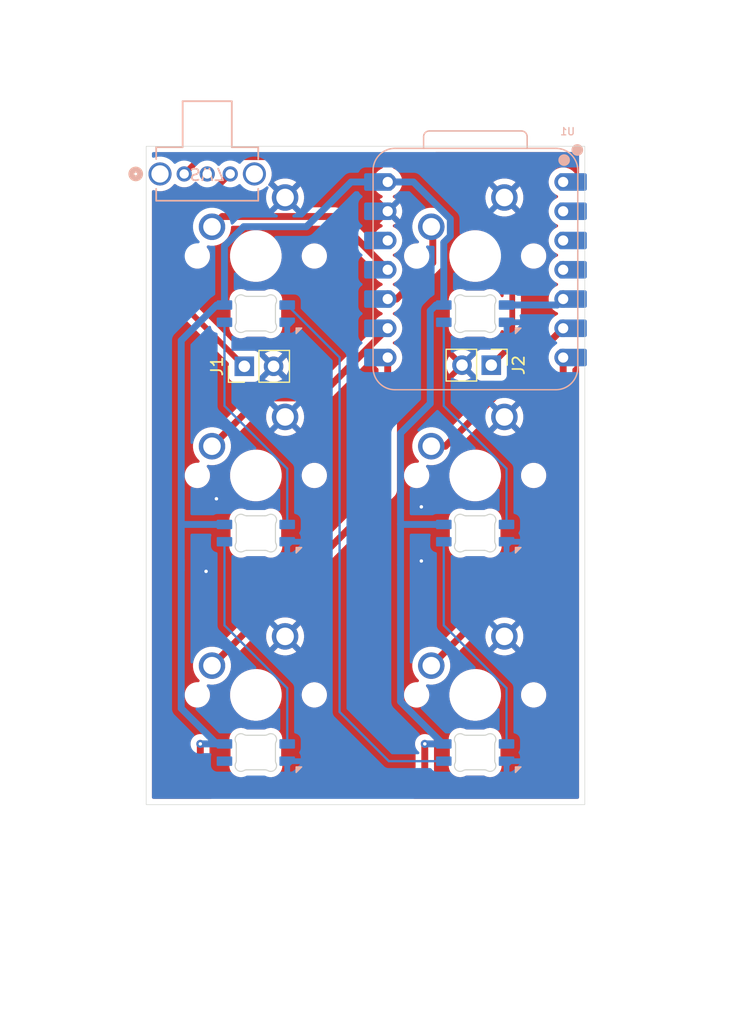
<source format=kicad_pcb>
(kicad_pcb (version 20241229) (generator "pcbnew") (generator_version "9.0")
  (layers (0 "F.Cu" signal) (2 "B.Cu" signal) (13 "F.Paste" user) (15 "B.Paste" user) (5 "F.SilkS" user "F.Silkscreen") (7 "B.SilkS" user "B.Silkscreen") (1 "F.Mask" user) (3 "B.Mask" user) (25 "Edge.Cuts" user))
  (net 0 "")
  (net 1 "LED IN")
  (net 2 "GND")
  (net 3 "1")
  (net 4 "2")
  (net 5 "3")
  (net 6 "4")
  (net 7 "5")
  (net 8 "6")
  (net 12 "+5V")
  (net 15 "BATT")
  (net 16 "+BATT")
  (net 18 "Net-(LED2-DOUT)")
  (net 19 "Net-(LED4-DOUT)")
  (net 20 "Net-(LED1-DIN)")
  (net 21 "Net-(LED1-DOUT)")
  (net 22 "Net-(LED3-DOUT)")
  (footprint "Connector_PinHeader_2.54mm:PinHeader_1x02_P2.54mm_Vertical" (layer "F.Cu") (at 173.535 80.515 -90)
    (property "Reference" "J2" (at 0 -2.38 90) (layer "F.SilkS"))
    (property "Value" "Conn_01x02")
    (fp_line (start -1.38 3.92) (end 1.38 3.92) (stroke (width 0.12)) (layer "F.SilkS"))
    (fp_line (start -1.38 1.27) (end -1.38 3.92) (stroke (width 0.12)) (layer "F.SilkS"))
    (fp_line (start -1.38 1.27) (end 1.38 1.27) (stroke (width 0.12)) (layer "F.SilkS"))
    (fp_line (start 1.38 1.27) (end 1.38 3.92) (stroke (width 0.12)) (layer "F.SilkS"))
    (fp_line (start -1.38 0) (end -1.38 -1.38) (stroke (width 0.12)) (layer "F.SilkS"))
    (fp_line (start -1.38 -1.38) (end 0 -1.38) (stroke (width 0.12)) (layer "F.SilkS"))
    (pad "1" thru_hole rect (at 0 0 270) (size 1.7 1.7) (drill 1) (layers "*.Cu" "*.Mask") (net 16 "+BATT"))
    (pad "2" thru_hole circle (at 0 2.54 270) (size 1.7 1.7) (drill 1) (layers "*.Cu" "*.Mask") (net 2 "GND"))
  )
  (footprint "MX_Solderable:MX-Solderable-1U" (layer "F.Cu") (at 172.135 109.14)
    (property "Reference" "SW6")
    (property "Value" "SW_Push_45deg")
    (pad "" np_thru_hole circle (at -5.08 0 48.099) (size 1.7018 1.7018) (drill 1.7018) (layers "*.Cu" "*.Mask"))
    (pad "" np_thru_hole circle (at 0 0) (size 3.9878 3.9878) (drill 3.9878) (layers "*.Cu" "*.Mask"))
    (pad "" np_thru_hole circle (at 5.08 0 48.099) (size 1.7018 1.7018) (drill 1.7018) (layers "*.Cu" "*.Mask"))
    (pad "1" thru_hole circle (at -3.81 -2.54) (size 2.3 2.3) (drill 1.524) (layers "*.Cu" "B.Mask") (net 8 "6"))
    (pad "2" thru_hole circle (at 2.54 -5.08) (size 2.3 2.3) (drill 1.524) (layers "*.Cu" "B.Mask") (net 2 "GND"))
  )
  (footprint "MX_Solderable:MX-Solderable-1U" (layer "F.Cu") (at 172.135 71.04)
    (property "Reference" "SW2")
    (property "Value" "SW_Push_45deg")
    (pad "" np_thru_hole circle (at -5.08 0 48.099) (size 1.7018 1.7018) (drill 1.7018) (layers "*.Cu" "*.Mask"))
    (pad "" np_thru_hole circle (at 0 0) (size 3.9878 3.9878) (drill 3.9878) (layers "*.Cu" "*.Mask"))
    (pad "" np_thru_hole circle (at 5.08 0 48.099) (size 1.7018 1.7018) (drill 1.7018) (layers "*.Cu" "*.Mask"))
    (pad "1" thru_hole circle (at -3.81 -2.54) (size 2.3 2.3) (drill 1.524) (layers "*.Cu" "B.Mask") (net 4 "2"))
    (pad "2" thru_hole circle (at 2.54 -5.08) (size 2.3 2.3) (drill 1.524) (layers "*.Cu" "B.Mask") (net 2 "GND"))
  )
  (footprint "Connector_PinHeader_2.54mm:PinHeader_1x02_P2.54mm_Vertical" (layer "F.Cu") (at 152.085 80.615 90)
    (property "Reference" "J1" (at 0 -2.38 90) (layer "F.SilkS"))
    (property "Value" "Conn_01x02")
    (fp_line (start -1.38 -1.38) (end 0 -1.38) (stroke (width 0.12)) (layer "F.SilkS"))
    (fp_line (start -1.38 0) (end -1.38 -1.38) (stroke (width 0.12)) (layer "F.SilkS"))
    (fp_line (start 1.38 1.27) (end 1.38 3.92) (stroke (width 0.12)) (layer "F.SilkS"))
    (fp_line (start -1.38 1.27) (end 1.38 1.27) (stroke (width 0.12)) (layer "F.SilkS"))
    (fp_line (start -1.38 1.27) (end -1.38 3.92) (stroke (width 0.12)) (layer "F.SilkS"))
    (fp_line (start -1.38 3.92) (end 1.38 3.92) (stroke (width 0.12)) (layer "F.SilkS"))
    (pad "1" thru_hole rect (at 0 0 90) (size 1.7 1.7) (drill 1) (layers "*.Cu" "*.Mask") (net 15 "BATT"))
    (pad "2" thru_hole circle (at 0 2.54 90) (size 1.7 1.7) (drill 1) (layers "*.Cu" "*.Mask") (net 2 "GND"))
  )
  (footprint "MX_Solderable:MX-Solderable-1U" (layer "F.Cu") (at 153.085 90.09)
    (property "Reference" "SW3")
    (property "Value" "SW_Push_45deg")
    (pad "" np_thru_hole circle (at -5.08 0 48.099) (size 1.7018 1.7018) (drill 1.7018) (layers "*.Cu" "*.Mask"))
    (pad "" np_thru_hole circle (at 0 0) (size 3.9878 3.9878) (drill 3.9878) (layers "*.Cu" "*.Mask"))
    (pad "" np_thru_hole circle (at 5.08 0 48.099) (size 1.7018 1.7018) (drill 1.7018) (layers "*.Cu" "*.Mask"))
    (pad "1" thru_hole circle (at -3.81 -2.54) (size 2.3 2.3) (drill 1.524) (layers "*.Cu" "B.Mask") (net 5 "3"))
    (pad "2" thru_hole circle (at 2.54 -5.08) (size 2.3 2.3) (drill 1.524) (layers "*.Cu" "B.Mask") (net 2 "GND"))
  )
  (footprint "MX_Solderable:MX-Solderable-1U" (layer "F.Cu") (at 153.085 109.14)
    (property "Reference" "SW5")
    (property "Value" "SW_Push_45deg")
    (pad "" np_thru_hole circle (at -5.08 0 48.099) (size 1.7018 1.7018) (drill 1.7018) (layers "*.Cu" "*.Mask"))
    (pad "" np_thru_hole circle (at 0 0) (size 3.9878 3.9878) (drill 3.9878) (layers "*.Cu" "*.Mask"))
    (pad "" np_thru_hole circle (at 5.08 0 48.099) (size 1.7018 1.7018) (drill 1.7018) (layers "*.Cu" "*.Mask"))
    (pad "1" thru_hole circle (at -3.81 -2.54) (size 2.3 2.3) (drill 1.524) (layers "*.Cu" "B.Mask") (net 7 "5"))
    (pad "2" thru_hole circle (at 2.54 -5.08) (size 2.3 2.3) (drill 1.524) (layers "*.Cu" "B.Mask") (net 2 "GND"))
  )
  (footprint "MX_Solderable:MX-Solderable-1U" (layer "F.Cu") (at 153.085 71.04)
    (property "Reference" "SW1")
    (property "Value" "SW_Push_45deg")
    (pad "" np_thru_hole circle (at -5.08 0 48.099) (size 1.7018 1.7018) (drill 1.7018) (layers "*.Cu" "*.Mask"))
    (pad "" np_thru_hole circle (at 0 0) (size 3.9878 3.9878) (drill 3.9878) (layers "*.Cu" "*.Mask"))
    (pad "" np_thru_hole circle (at 5.08 0 48.099) (size 1.7018 1.7018) (drill 1.7018) (layers "*.Cu" "*.Mask"))
    (pad "1" thru_hole circle (at -3.81 -2.54) (size 2.3 2.3) (drill 1.524) (layers "*.Cu" "B.Mask") (net 3 "1"))
    (pad "2" thru_hole circle (at 2.54 -5.08) (size 2.3 2.3) (drill 1.524) (layers "*.Cu" "B.Mask") (net 2 "GND"))
  )
  (footprint "MX_Solderable:MX-Solderable-1U" (layer "F.Cu") (at 172.135 90.09)
    (property "Reference" "SW4")
    (property "Value" "SW_Push_45deg")
    (pad "" np_thru_hole circle (at -5.08 0 48.099) (size 1.7018 1.7018) (drill 1.7018) (layers "*.Cu" "*.Mask"))
    (pad "" np_thru_hole circle (at 0 0) (size 3.9878 3.9878) (drill 3.9878) (layers "*.Cu" "*.Mask"))
    (pad "" np_thru_hole circle (at 5.08 0 48.099) (size 1.7018 1.7018) (drill 1.7018) (layers "*.Cu" "*.Mask"))
    (pad "1" thru_hole circle (at -3.81 -2.54) (size 2.3 2.3) (drill 1.524) (layers "*.Cu" "B.Mask") (net 6 "4"))
    (pad "2" thru_hole circle (at 2.54 -5.08) (size 2.3 2.3) (drill 1.524) (layers "*.Cu" "B.Mask") (net 2 "GND"))
  )
  (footprint "Seeed Studio XIAO Series Library:XIAO-nRF52840-DIP" (layer "B.Cu") (at 172.16 72.2335 180)
    (property "Reference" "U1" (at -8 12 0) (layer "B.SilkS") (effects (font (size 0.635 0.635) (thickness 0.1016)) (justify mirror)))
    (property "Value" "XIAO-nRF52840-DIP")
    (fp_line (start 8.89 -8.509) (end 8.89 8.636) (stroke (width 0.127)) (layer "B.SilkS"))
    (fp_line (start 6.985 10.541) (end -6.985 10.541) (stroke (width 0.1)) (layer "B.SilkS"))
    (fp_line (start 6.985 10.541) (end -6.985 10.541) (stroke (width 0.127)) (layer "B.SilkS"))
    (fp_line (start 4.504 11.551) (end 4.504 10.541) (stroke (width 0.127)) (layer "B.SilkS"))
    (fp_line (start -3.991272 12.051) (end 4.004 12.051) (stroke (width 0.127)) (layer "B.SilkS"))
    (fp_line (start -4.495 10.541) (end -4.491272 11.551272) (stroke (width 0.127)) (layer "B.SilkS"))
    (fp_line (start -6.985 -10.414) (end 6.985 -10.414) (stroke (width 0.127)) (layer "B.SilkS"))
    (fp_line (start -8.89 -8.509) (end -8.89 8.636) (stroke (width 0.127)) (layer "B.SilkS"))
    (fp_arc (start 8.89 8.636) (mid 8.332038 9.983038) (end 6.985 10.541) (stroke (width 0.127)) (layer "B.SilkS"))
    (fp_arc (start 6.985 -10.414) (mid 8.332038 -9.856038) (end 8.89 -8.509) (stroke (width 0.127)) (layer "B.SilkS"))
    (fp_arc (start 4.504 11.551) (mid 4.357524 11.904524) (end 4.004 12.051) (stroke (width 0.127)) (layer "B.SilkS"))
    (fp_arc (start -3.991272 12.051) (mid -4.344724 11.904644) (end -4.491272 11.551272) (stroke (width 0.127)) (layer "B.SilkS"))
    (fp_arc (start -6.985 10.541) (mid -8.332038 9.983038) (end -8.89 8.636) (stroke (width 0.127)) (layer "B.SilkS"))
    (fp_arc (start -8.89 -8.509) (mid -8.332038 -9.856038) (end -6.985 -10.414) (stroke (width 0.127)) (layer "B.SilkS"))
    (fp_circle (center -7.707 9.52) (end -7.707 9.774) (stroke (width 0.5)) (fill yes) (layer "B.SilkS"))
    (fp_circle (center -8.85 10.4) (end -8.85 10.654) (stroke (width 0.5)) (fill yes) (layer "B.SilkS"))
    (pad "1" smd roundrect (at -8.455 7.62) (size 2.432 1.524) (layers "B.Cu" "B.Mask") (roundrect_rratio 0.1))
    (pad "1" thru_hole circle (at -7.62 7.62) (size 1.524 1.524) (drill 0.889) (layers "*.Cu" "*.Mask"))
    (pad "2" smd roundrect (at -8.455 5.08) (size 2.432 1.524) (layers "B.Cu" "B.Mask") (roundrect_rratio 0.1))
    (pad "2" thru_hole circle (at -7.62 5.08) (size 1.524 1.524) (drill 0.889) (layers "*.Cu" "*.Mask"))
    (pad "3" smd roundrect (at -8.455 2.54) (size 2.432 1.524) (layers "B.Cu" "B.Mask") (roundrect_rratio 0.1))
    (pad "3" thru_hole circle (at -7.62 2.54) (size 1.524 1.524) (drill 0.889) (layers "*.Cu" "*.Mask"))
    (pad "4" smd roundrect (at -8.455 0) (size 2.432 1.524) (layers "B.Cu" "B.Mask") (roundrect_rratio 0.1))
    (pad "4" thru_hole circle (at -7.62 0) (size 1.524 1.524) (drill 0.889) (layers "*.Cu" "*.Mask"))
    (pad "5" smd roundrect (at -8.455 -2.54) (size 2.432 1.524) (layers "B.Cu" "B.Mask") (roundrect_rratio 0.1) (net 1 "LED IN"))
    (pad "5" thru_hole circle (at -7.62 -2.54) (size 1.524 1.524) (drill 0.889) (layers "*.Cu" "*.Mask") (net 1 "LED IN"))
    (pad "6" smd roundrect (at -8.455 -5.08) (size 2.432 1.524) (layers "B.Cu" "B.Mask") (roundrect_rratio 0.1) (net 6 "4"))
    (pad "6" thru_hole circle (at -7.62 -5.08) (size 1.524 1.524) (drill 0.889) (layers "*.Cu" "*.Mask") (net 6 "4"))
    (pad "7" smd roundrect (at -8.455 -7.62) (size 2.432 1.524) (layers "B.Cu" "B.Mask") (roundrect_rratio 0.1) (net 8 "6"))
    (pad "7" thru_hole circle (at -7.62 -7.62) (size 1.524 1.524) (drill 0.889) (layers "*.Cu" "*.Mask") (net 8 "6"))
    (pad "8" thru_hole circle (at 7.62 -7.62 180) (size 1.524 1.524) (drill 0.889) (layers "*.Cu" "*.Mask") (net 7 "5"))
    (pad "8" smd roundrect (at 8.455 -7.62 180) (size 2.432 1.524) (layers "B.Cu" "B.Mask") (roundrect_rratio 0.1) (net 7 "5"))
    (pad "9" thru_hole circle (at 7.62 -5.08 180) (size 1.524 1.524) (drill 0.889) (layers "*.Cu" "*.Mask") (net 5 "3"))
    (pad "9" smd roundrect (at 8.455 -5.08 180) (size 2.432 1.524) (layers "B.Cu" "B.Mask") (roundrect_rratio 0.1) (net 5 "3"))
    (pad "10" thru_hole circle (at 7.62 -2.54 180) (size 1.524 1.524) (drill 0.889) (layers "*.Cu" "*.Mask") (net 4 "2"))
    (pad "10" smd roundrect (at 8.455 -2.54 180) (size 2.432 1.524) (layers "B.Cu" "B.Mask") (roundrect_rratio 0.1) (net 4 "2"))
    (pad "11" thru_hole circle (at 7.62 0 180) (size 1.524 1.524) (drill 0.889) (layers "*.Cu" "*.Mask") (net 3 "1"))
    (pad "11" smd roundrect (at 8.455 0 180) (size 2.432 1.524) (layers "B.Cu" "B.Mask") (roundrect_rratio 0.1) (net 3 "1"))
    (pad "12" thru_hole circle (at 7.62 2.54 180) (size 1.524 1.524) (drill 0.889) (layers "*.Cu" "*.Mask"))
    (pad "12" smd roundrect (at 8.455 2.54 180) (size 2.432 1.524) (layers "B.Cu" "B.Mask") (roundrect_rratio 0.1))
    (pad "13" thru_hole circle (at 7.62 5.08 180) (size 1.524 1.524) (drill 0.889) (layers "*.Cu" "*.Mask") (net 2 "GND"))
    (pad "13" smd roundrect (at 8.455 5.08 180) (size 2.432 1.524) (layers "B.Cu" "B.Mask") (roundrect_rratio 0.1) (net 2 "GND"))
    (pad "14" thru_hole circle (at 7.62 7.62 180) (size 1.524 1.524) (drill 0.889) (layers "*.Cu" "*.Mask") (net 12 "+5V"))
    (pad "14" smd roundrect (at 8.455 7.62 180) (size 2.432 1.524) (layers "B.Cu" "B.Mask") (roundrect_rratio 0.1) (net 12 "+5V"))
  )
  (footprint "marbastlib-various:LED_6028R" (layer "B.Cu") (at 172.135 114.142498 180)
    (property "Reference" "LED6" (hide yes))
    (property "Value" "MX_SK6812MINI-E" (hide yes))
    (fp_poly (pts (xy -3.5 -1.25) (xy -3.5 -1.73) (xy -3.98 -1.25) (xy -3.5 -1.25)) (stroke (width 0.12)) (fill yes) (layer "B.SilkS"))
    (fp_line (start 1.699999 -0.702841) (end 1.699999 0.702843) (stroke (width 0.1)) (layer "Edge.Cuts"))
    (fp_line (start 0.794452 1.5) (end -0.794453 1.5) (stroke (width 0.1)) (layer "Edge.Cuts"))
    (fp_line (start -0.794452 -1.499999) (end 0.794452 -1.499999) (stroke (width 0.1)) (layer "Edge.Cuts"))
    (fp_line (start -1.699999 0.702843) (end -1.699999 -0.702841) (stroke (width 0.1)) (layer "Edge.Cuts"))
    (fp_arc (start 1.749484 0.919721) (mid 1.712526 0.814069) (end 1.699999 0.702843) (stroke (width 0.1)) (layer "Edge.Cuts"))
    (fp_arc (start 1.749484 0.919721) (mid 1.638072 1.504036) (end 1.046711 1.5683) (stroke (width 0.1)) (layer "Edge.Cuts"))
    (fp_arc (start 1.699999 -0.702842) (mid 1.712536 -0.814064) (end 1.749484 -0.919719) (stroke (width 0.1)) (layer "Edge.Cuts"))
    (fp_arc (start 1.046711 -1.568296) (mid 1.63807 -1.504033) (end 1.749484 -0.919719) (stroke (width 0.1)) (layer "Edge.Cuts"))
    (fp_arc (start 1.04671 -1.568298) (mid 0.925122 -1.517376) (end 0.794452 -1.499999) (stroke (width 0.1)) (layer "Edge.Cuts"))
    (fp_arc (start 0.794453 1.500001) (mid 0.925123 1.517378) (end 1.046711 1.5683) (stroke (width 0.1)) (layer "Edge.Cuts"))
    (fp_arc (start -0.794452 -1.499999) (mid -0.925123 -1.517376) (end -1.046711 -1.568298) (stroke (width 0.1)) (layer "Edge.Cuts"))
    (fp_arc (start -1.046711 1.568299) (mid -0.925123 1.517377) (end -0.794453 1.5) (stroke (width 0.1)) (layer "Edge.Cuts"))
    (fp_arc (start -1.046711 1.568299) (mid -1.638071 1.504036) (end -1.749484 0.919721) (stroke (width 0.1)) (layer "Edge.Cuts"))
    (fp_arc (start -1.699999 0.702844) (mid -1.712527 0.814069) (end -1.749484 0.919721) (stroke (width 0.1)) (layer "Edge.Cuts"))
    (fp_arc (start -1.749484 -0.919718) (mid -1.638072 -1.504034) (end -1.046711 -1.568298) (stroke (width 0.1)) (layer "Edge.Cuts"))
    (fp_arc (start -1.749484 -0.919719) (mid -1.712527 -0.814067) (end -1.699999 -0.702841) (stroke (width 0.1)) (layer "Edge.Cuts"))
    (pad "1" smd roundrect (at 2.725 0.75 90) (size 0.82 1.35) (layers "B.Cu" "B.Mask" "B.Paste") (roundrect_rratio 0.1) (net 12 "+5V"))
    (pad "2" smd roundrect (at 2.725 -0.75 90) (size 0.82 1.35) (layers "B.Cu" "B.Mask" "B.Paste") (roundrect_rratio 0.1) (net 20 "Net-(LED1-DIN)"))
    (pad "3" smd roundrect (at -2.725 0.75 90) (size 0.82 1.35) (layers "B.Cu" "B.Mask" "B.Paste") (roundrect_rratio 0.1) (net 19 "Net-(LED4-DOUT)"))
    (pad "4" smd roundrect (at -2.725 -0.75 90) (size 0.82 1.35) (layers "B.Cu" "B.Mask" "B.Paste") (roundrect_rratio 0.1) (chamfer_ratio 0.5) (chamfer bottom_left) (net 2 "GND"))
  )
  (footprint "marbastlib-various:LED_6028R" (layer "B.Cu") (at 153.085 95.092499 180)
    (property "Reference" "LED3" (hide yes))
    (property "Value" "MX_SK6812MINI-E" (hide yes))
    (fp_poly (pts (xy -3.5 -1.25) (xy -3.5 -1.73) (xy -3.98 -1.25) (xy -3.5 -1.25)) (stroke (width 0.12)) (fill yes) (layer "B.SilkS"))
    (fp_line (start 1.699999 -0.702841) (end 1.699999 0.702843) (stroke (width 0.1)) (layer "Edge.Cuts"))
    (fp_line (start 0.794452 1.5) (end -0.794453 1.5) (stroke (width 0.1)) (layer "Edge.Cuts"))
    (fp_line (start -0.794452 -1.499999) (end 0.794452 -1.499999) (stroke (width 0.1)) (layer "Edge.Cuts"))
    (fp_line (start -1.699999 0.702843) (end -1.699999 -0.702841) (stroke (width 0.1)) (layer "Edge.Cuts"))
    (fp_arc (start 1.749484 0.919721) (mid 1.712526 0.814069) (end 1.699999 0.702843) (stroke (width 0.1)) (layer "Edge.Cuts"))
    (fp_arc (start 1.749484 0.919721) (mid 1.638072 1.504036) (end 1.046711 1.5683) (stroke (width 0.1)) (layer "Edge.Cuts"))
    (fp_arc (start 1.699999 -0.702842) (mid 1.712536 -0.814064) (end 1.749484 -0.919719) (stroke (width 0.1)) (layer "Edge.Cuts"))
    (fp_arc (start 1.046711 -1.568296) (mid 1.63807 -1.504033) (end 1.749484 -0.919719) (stroke (width 0.1)) (layer "Edge.Cuts"))
    (fp_arc (start 1.04671 -1.568298) (mid 0.925122 -1.517376) (end 0.794452 -1.499999) (stroke (width 0.1)) (layer "Edge.Cuts"))
    (fp_arc (start 0.794453 1.500001) (mid 0.925123 1.517378) (end 1.046711 1.5683) (stroke (width 0.1)) (layer "Edge.Cuts"))
    (fp_arc (start -0.794452 -1.499999) (mid -0.925123 -1.517376) (end -1.046711 -1.568298) (stroke (width 0.1)) (layer "Edge.Cuts"))
    (fp_arc (start -1.046711 1.568299) (mid -0.925123 1.517377) (end -0.794453 1.5) (stroke (width 0.1)) (layer "Edge.Cuts"))
    (fp_arc (start -1.046711 1.568299) (mid -1.638071 1.504036) (end -1.749484 0.919721) (stroke (width 0.1)) (layer "Edge.Cuts"))
    (fp_arc (start -1.699999 0.702844) (mid -1.712527 0.814069) (end -1.749484 0.919721) (stroke (width 0.1)) (layer "Edge.Cuts"))
    (fp_arc (start -1.749484 -0.919718) (mid -1.638072 -1.504034) (end -1.046711 -1.568298) (stroke (width 0.1)) (layer "Edge.Cuts"))
    (fp_arc (start -1.749484 -0.919719) (mid -1.712527 -0.814067) (end -1.699999 -0.702841) (stroke (width 0.1)) (layer "Edge.Cuts"))
    (pad "1" smd roundrect (at 2.725 0.75 90) (size 0.82 1.35) (layers "B.Cu" "B.Mask" "B.Paste") (roundrect_rratio 0.1) (net 12 "+5V"))
    (pad "2" smd roundrect (at 2.725 -0.75 90) (size 0.82 1.35) (layers "B.Cu" "B.Mask" "B.Paste") (roundrect_rratio 0.1) (net 22 "Net-(LED3-DOUT)"))
    (pad "3" smd roundrect (at -2.725 0.75 90) (size 0.82 1.35) (layers "B.Cu" "B.Mask" "B.Paste") (roundrect_rratio 0.1) (net 21 "Net-(LED1-DOUT)"))
    (pad "4" smd roundrect (at -2.725 -0.75 90) (size 0.82 1.35) (layers "B.Cu" "B.Mask" "B.Paste") (roundrect_rratio 0.1) (chamfer_ratio 0.5) (chamfer bottom_left) (net 2 "GND"))
  )
  (footprint "marbastlib-various:LED_6028R" (layer "B.Cu") (at 172.135 76.042499 180)
    (property "Reference" "LED2" (hide yes))
    (property "Value" "MX_SK6812MINI-E" (hide yes))
    (fp_poly (pts (xy -3.5 -1.25) (xy -3.5 -1.73) (xy -3.98 -1.25) (xy -3.5 -1.25)) (stroke (width 0.12)) (fill yes) (layer "B.SilkS"))
    (fp_line (start 1.699999 -0.702841) (end 1.699999 0.702843) (stroke (width 0.1)) (layer "Edge.Cuts"))
    (fp_line (start 0.794452 1.5) (end -0.794453 1.5) (stroke (width 0.1)) (layer "Edge.Cuts"))
    (fp_line (start -0.794452 -1.499999) (end 0.794452 -1.499999) (stroke (width 0.1)) (layer "Edge.Cuts"))
    (fp_line (start -1.699999 0.702843) (end -1.699999 -0.702841) (stroke (width 0.1)) (layer "Edge.Cuts"))
    (fp_arc (start 1.749484 0.919721) (mid 1.712526 0.814069) (end 1.699999 0.702843) (stroke (width 0.1)) (layer "Edge.Cuts"))
    (fp_arc (start 1.749484 0.919721) (mid 1.638072 1.504036) (end 1.046711 1.5683) (stroke (width 0.1)) (layer "Edge.Cuts"))
    (fp_arc (start 1.699999 -0.702842) (mid 1.712536 -0.814064) (end 1.749484 -0.919719) (stroke (width 0.1)) (layer "Edge.Cuts"))
    (fp_arc (start 1.046711 -1.568296) (mid 1.63807 -1.504033) (end 1.749484 -0.919719) (stroke (width 0.1)) (layer "Edge.Cuts"))
    (fp_arc (start 1.04671 -1.568298) (mid 0.925122 -1.517376) (end 0.794452 -1.499999) (stroke (width 0.1)) (layer "Edge.Cuts"))
    (fp_arc (start 0.794453 1.500001) (mid 0.925123 1.517378) (end 1.046711 1.5683) (stroke (width 0.1)) (layer "Edge.Cuts"))
    (fp_arc (start -0.794452 -1.499999) (mid -0.925123 -1.517376) (end -1.046711 -1.568298) (stroke (width 0.1)) (layer "Edge.Cuts"))
    (fp_arc (start -1.046711 1.568299) (mid -0.925123 1.517377) (end -0.794453 1.5) (stroke (width 0.1)) (layer "Edge.Cuts"))
    (fp_arc (start -1.046711 1.568299) (mid -1.638071 1.504036) (end -1.749484 0.919721) (stroke (width 0.1)) (layer "Edge.Cuts"))
    (fp_arc (start -1.699999 0.702844) (mid -1.712527 0.814069) (end -1.749484 0.919721) (stroke (width 0.1)) (layer "Edge.Cuts"))
    (fp_arc (start -1.749484 -0.919718) (mid -1.638072 -1.504034) (end -1.046711 -1.568298) (stroke (width 0.1)) (layer "Edge.Cuts"))
    (fp_arc (start -1.749484 -0.919719) (mid -1.712527 -0.814067) (end -1.699999 -0.702841) (stroke (width 0.1)) (layer "Edge.Cuts"))
    (pad "1" smd roundrect (at 2.725 0.75 90) (size 0.82 1.35) (layers "B.Cu" "B.Mask" "B.Paste") (roundrect_rratio 0.1) (net 12 "+5V"))
    (pad "2" smd roundrect (at 2.725 -0.75 90) (size 0.82 1.35) (layers "B.Cu" "B.Mask" "B.Paste") (roundrect_rratio 0.1) (net 18 "Net-(LED2-DOUT)"))
    (pad "3" smd roundrect (at -2.725 0.75 90) (size 0.82 1.35) (layers "B.Cu" "B.Mask" "B.Paste") (roundrect_rratio 0.1) (net 1 "LED IN"))
    (pad "4" smd roundrect (at -2.725 -0.75 90) (size 0.82 1.35) (layers "B.Cu" "B.Mask" "B.Paste") (roundrect_rratio 0.1) (chamfer_ratio 0.5) (chamfer bottom_left) (net 2 "GND"))
  )
  (footprint "marbastlib-various:LED_6028R" (layer "B.Cu") (at 172.135 95.092499 180)
    (property "Reference" "LED4" (hide yes))
    (property "Value" "MX_SK6812MINI-E" (hide yes))
    (fp_poly (pts (xy -3.5 -1.25) (xy -3.5 -1.73) (xy -3.98 -1.25) (xy -3.5 -1.25)) (stroke (width 0.12)) (fill yes) (layer "B.SilkS"))
    (fp_line (start 1.699999 -0.702841) (end 1.699999 0.702843) (stroke (width 0.1)) (layer "Edge.Cuts"))
    (fp_line (start 0.794452 1.5) (end -0.794453 1.5) (stroke (width 0.1)) (layer "Edge.Cuts"))
    (fp_line (start -0.794452 -1.499999) (end 0.794452 -1.499999) (stroke (width 0.1)) (layer "Edge.Cuts"))
    (fp_line (start -1.699999 0.702843) (end -1.699999 -0.702841) (stroke (width 0.1)) (layer "Edge.Cuts"))
    (fp_arc (start 1.749484 0.919721) (mid 1.712526 0.814069) (end 1.699999 0.702843) (stroke (width 0.1)) (layer "Edge.Cuts"))
    (fp_arc (start 1.749484 0.919721) (mid 1.638072 1.504036) (end 1.046711 1.5683) (stroke (width 0.1)) (layer "Edge.Cuts"))
    (fp_arc (start 1.699999 -0.702842) (mid 1.712536 -0.814064) (end 1.749484 -0.919719) (stroke (width 0.1)) (layer "Edge.Cuts"))
    (fp_arc (start 1.046711 -1.568296) (mid 1.63807 -1.504033) (end 1.749484 -0.919719) (stroke (width 0.1)) (layer "Edge.Cuts"))
    (fp_arc (start 1.04671 -1.568298) (mid 0.925122 -1.517376) (end 0.794452 -1.499999) (stroke (width 0.1)) (layer "Edge.Cuts"))
    (fp_arc (start 0.794453 1.500001) (mid 0.925123 1.517378) (end 1.046711 1.5683) (stroke (width 0.1)) (layer "Edge.Cuts"))
    (fp_arc (start -0.794452 -1.499999) (mid -0.925123 -1.517376) (end -1.046711 -1.568298) (stroke (width 0.1)) (layer "Edge.Cuts"))
    (fp_arc (start -1.046711 1.568299) (mid -0.925123 1.517377) (end -0.794453 1.5) (stroke (width 0.1)) (layer "Edge.Cuts"))
    (fp_arc (start -1.046711 1.568299) (mid -1.638071 1.504036) (end -1.749484 0.919721) (stroke (width 0.1)) (layer "Edge.Cuts"))
    (fp_arc (start -1.699999 0.702844) (mid -1.712527 0.814069) (end -1.749484 0.919721) (stroke (width 0.1)) (layer "Edge.Cuts"))
    (fp_arc (start -1.749484 -0.919718) (mid -1.638072 -1.504034) (end -1.046711 -1.568298) (stroke (width 0.1)) (layer "Edge.Cuts"))
    (fp_arc (start -1.749484 -0.919719) (mid -1.712527 -0.814067) (end -1.699999 -0.702841) (stroke (width 0.1)) (layer "Edge.Cuts"))
    (pad "1" smd roundrect (at 2.725 0.75 90) (size 0.82 1.35) (layers "B.Cu" "B.Mask" "B.Paste") (roundrect_rratio 0.1) (net 12 "+5V"))
    (pad "2" smd roundrect (at 2.725 -0.75 90) (size 0.82 1.35) (layers "B.Cu" "B.Mask" "B.Paste") (roundrect_rratio 0.1) (net 19 "Net-(LED4-DOUT)"))
    (pad "3" smd roundrect (at -2.725 0.75 90) (size 0.82 1.35) (layers "B.Cu" "B.Mask" "B.Paste") (roundrect_rratio 0.1) (net 18 "Net-(LED2-DOUT)"))
    (pad "4" smd roundrect (at -2.725 -0.75 90) (size 0.82 1.35) (layers "B.Cu" "B.Mask" "B.Paste") (roundrect_rratio 0.1) (chamfer_ratio 0.5) (chamfer bottom_left) (net 2 "GND"))
  )
  (footprint "footprints:OS102011MA1QN1_CNK" (layer "B.Cu") (at 146.859999 63.915)
    (property "Reference" "SW7" (at 2 0 180) (layer "B.SilkS") (effects (justify mirror)))
    (property "Value" "OS102011MA1QN1")
    (fp_circle (center -4.2103 0) (end -3.8293 0) (stroke (width 0.508)) (fill no) (layer "F.SilkS"))
    (fp_line (start -2.4323 -2.3241) (end -0.1336 -2.3241) (stroke (width 0.1524)) (layer "B.SilkS"))
    (fp_line (start -2.4323 -1.294055) (end -2.4323 -2.3241) (stroke (width 0.1524)) (layer "B.SilkS"))
    (fp_line (start -2.4323 2.3241) (end -2.4323 1.294055) (stroke (width 0.1524)) (layer "B.SilkS"))
    (fp_line (start -0.1336 -6.3119) (end 4.1336 -6.3119) (stroke (width 0.1524)) (layer "B.SilkS"))
    (fp_line (start -0.1336 -2.3241) (end -0.1336 -6.3119) (stroke (width 0.1524)) (layer "B.SilkS"))
    (fp_line (start 4.1336 -6.3119) (end 4.1336 -2.3241) (stroke (width 0.1524)) (layer "B.SilkS"))
    (fp_line (start 4.1336 -2.3241) (end 6.4323 -2.3241) (stroke (width 0.1524)) (layer "B.SilkS"))
    (fp_line (start 6.4323 -2.3241) (end 6.4323 -1.294055) (stroke (width 0.1524)) (layer "B.SilkS"))
    (fp_line (start 6.4323 1.294055) (end 6.4323 2.3241) (stroke (width 0.1524)) (layer "B.SilkS"))
    (fp_line (start 6.4323 2.3241) (end -2.4323 2.3241) (stroke (width 0.1524)) (layer "B.SilkS"))
    (fp_circle (center -4.2103 0) (end -3.8293 0) (stroke (width 0.508)) (fill no) (layer "B.SilkS"))
    (pad "1" thru_hole circle (at 0 0) (size 1.3208 1.3208) (drill 0.8128) (layers "*.Cu" "*.Mask") (net 16 "+BATT"))
    (pad "2" thru_hole circle (at 2 0) (size 1.3208 1.3208) (drill 0.8128) (layers "*.Cu" "*.Mask"))
    (pad "3" thru_hole circle (at 4.000001 0) (size 1.3208 1.3208) (drill 0.8128) (layers "*.Cu" "*.Mask") (net 15 "BATT"))
    (pad "4" thru_hole circle (at -2.099999 0) (size 2.0066 2.0066) (drill 1.4986) (layers "*.Cu" "*.Mask"))
    (pad "5" thru_hole circle (at 6.099999 0) (size 2.0066 2.0066) (drill 1.4986) (layers "*.Cu" "*.Mask"))
  )
  (footprint "marbastlib-various:LED_6028R" (layer "B.Cu") (at 153.085 76.0425 180)
    (property "Reference" "LED1" (hide yes))
    (property "Value" "MX_SK6812MINI-E" (hide yes))
    (fp_poly (pts (xy -3.5 -1.25) (xy -3.5 -1.73) (xy -3.98 -1.25) (xy -3.5 -1.25)) (stroke (width 0.12)) (fill yes) (layer "B.SilkS"))
    (fp_line (start 1.699999 -0.702841) (end 1.699999 0.702843) (stroke (width 0.1)) (layer "Edge.Cuts"))
    (fp_line (start 0.794452 1.5) (end -0.794453 1.5) (stroke (width 0.1)) (layer "Edge.Cuts"))
    (fp_line (start -0.794452 -1.499999) (end 0.794452 -1.499999) (stroke (width 0.1)) (layer "Edge.Cuts"))
    (fp_line (start -1.699999 0.702843) (end -1.699999 -0.702841) (stroke (width 0.1)) (layer "Edge.Cuts"))
    (fp_arc (start 1.749484 0.919721) (mid 1.712526 0.814069) (end 1.699999 0.702843) (stroke (width 0.1)) (layer "Edge.Cuts"))
    (fp_arc (start 1.749484 0.919721) (mid 1.638072 1.504036) (end 1.046711 1.5683) (stroke (width 0.1)) (layer "Edge.Cuts"))
    (fp_arc (start 1.699999 -0.702842) (mid 1.712536 -0.814064) (end 1.749484 -0.919719) (stroke (width 0.1)) (layer "Edge.Cuts"))
    (fp_arc (start 1.046711 -1.568296) (mid 1.63807 -1.504033) (end 1.749484 -0.919719) (stroke (width 0.1)) (layer "Edge.Cuts"))
    (fp_arc (start 1.04671 -1.568298) (mid 0.925122 -1.517376) (end 0.794452 -1.499999) (stroke (width 0.1)) (layer "Edge.Cuts"))
    (fp_arc (start 0.794453 1.500001) (mid 0.925123 1.517378) (end 1.046711 1.5683) (stroke (width 0.1)) (layer "Edge.Cuts"))
    (fp_arc (start -0.794452 -1.499999) (mid -0.925123 -1.517376) (end -1.046711 -1.568298) (stroke (width 0.1)) (layer "Edge.Cuts"))
    (fp_arc (start -1.046711 1.568299) (mid -0.925123 1.517377) (end -0.794453 1.5) (stroke (width 0.1)) (layer "Edge.Cuts"))
    (fp_arc (start -1.046711 1.568299) (mid -1.638071 1.504036) (end -1.749484 0.919721) (stroke (width 0.1)) (layer "Edge.Cuts"))
    (fp_arc (start -1.699999 0.702844) (mid -1.712527 0.814069) (end -1.749484 0.919721) (stroke (width 0.1)) (layer "Edge.Cuts"))
    (fp_arc (start -1.749484 -0.919718) (mid -1.638072 -1.504034) (end -1.046711 -1.568298) (stroke (width 0.1)) (layer "Edge.Cuts"))
    (fp_arc (start -1.749484 -0.919719) (mid -1.712527 -0.814067) (end -1.699999 -0.702841) (stroke (width 0.1)) (layer "Edge.Cuts"))
    (pad "1" smd roundrect (at 2.725 0.75 90) (size 0.82 1.35) (layers "B.Cu" "B.Mask" "B.Paste") (roundrect_rratio 0.1) (net 12 "+5V"))
    (pad "2" smd roundrect (at 2.725 -0.75 90) (size 0.82 1.35) (layers "B.Cu" "B.Mask" "B.Paste") (roundrect_rratio 0.1) (net 21 "Net-(LED1-DOUT)"))
    (pad "3" smd roundrect (at -2.725 0.75 90) (size 0.82 1.35) (layers "B.Cu" "B.Mask" "B.Paste") (roundrect_rratio 0.1) (net 20 "Net-(LED1-DIN)"))
    (pad "4" smd roundrect (at -2.725 -0.75 90) (size 0.82 1.35) (layers "B.Cu" "B.Mask" "B.Paste") (roundrect_rratio 0.1) (chamfer_ratio 0.5) (chamfer bottom_left) (net 2 "GND"))
  )
  (footprint "marbastlib-various:LED_6028R" (layer "B.Cu") (at 153.085 114.142498 180)
    (property "Reference" "LED5" (hide yes))
    (property "Value" "MX_SK6812MINI-E" (hide yes))
    (fp_poly (pts (xy -3.5 -1.25) (xy -3.5 -1.73) (xy -3.98 -1.25) (xy -3.5 -1.25)) (stroke (width 0.12)) (fill yes) (layer "B.SilkS"))
    (fp_line (start 1.699999 -0.702841) (end 1.699999 0.702843) (stroke (width 0.1)) (layer "Edge.Cuts"))
    (fp_line (start 0.794452 1.5) (end -0.794453 1.5) (stroke (width 0.1)) (layer "Edge.Cuts"))
    (fp_line (start -0.794452 -1.499999) (end 0.794452 -1.499999) (stroke (width 0.1)) (layer "Edge.Cuts"))
    (fp_line (start -1.699999 0.702843) (end -1.699999 -0.702841) (stroke (width 0.1)) (layer "Edge.Cuts"))
    (fp_arc (start 1.749484 0.919721) (mid 1.712526 0.814069) (end 1.699999 0.702843) (stroke (width 0.1)) (layer "Edge.Cuts"))
    (fp_arc (start 1.749484 0.919721) (mid 1.638072 1.504036) (end 1.046711 1.5683) (stroke (width 0.1)) (layer "Edge.Cuts"))
    (fp_arc (start 1.699999 -0.702842) (mid 1.712536 -0.814064) (end 1.749484 -0.919719) (stroke (width 0.1)) (layer "Edge.Cuts"))
    (fp_arc (start 1.046711 -1.568296) (mid 1.63807 -1.504033) (end 1.749484 -0.919719) (stroke (width 0.1)) (layer "Edge.Cuts"))
    (fp_arc (start 1.04671 -1.568298) (mid 0.925122 -1.517376) (end 0.794452 -1.499999) (stroke (width 0.1)) (layer "Edge.Cuts"))
    (fp_arc (start 0.794453 1.500001) (mid 0.925123 1.517378) (end 1.046711 1.5683) (stroke (width 0.1)) (layer "Edge.Cuts"))
    (fp_arc (start -0.794452 -1.499999) (mid -0.925123 -1.517376) (end -1.046711 -1.568298) (stroke (width 0.1)) (layer "Edge.Cuts"))
    (fp_arc (start -1.046711 1.568299) (mid -0.925123 1.517377) (end -0.794453 1.5) (stroke (width 0.1)) (layer "Edge.Cuts"))
    (fp_arc (start -1.046711 1.568299) (mid -1.638071 1.504036) (end -1.749484 0.919721) (stroke (width 0.1)) (layer "Edge.Cuts"))
    (fp_arc (start -1.699999 0.702844) (mid -1.712527 0.814069) (end -1.749484 0.919721) (stroke (width 0.1)) (layer "Edge.Cuts"))
    (fp_arc (start -1.749484 -0.919718) (mid -1.638072 -1.504034) (end -1.046711 -1.568298) (stroke (width 0.1)) (layer "Edge.Cuts"))
    (fp_arc (start -1.749484 -0.919719) (mid -1.712527 -0.814067) (end -1.699999 -0.702841) (stroke (width 0.1)) (layer "Edge.Cuts"))
    (pad "1" smd roundrect (at 2.725 0.75 90) (size 0.82 1.35) (layers "B.Cu" "B.Mask" "B.Paste") (roundrect_rratio 0.1) (net 12 "+5V"))
    (pad "2" smd roundrect (at 2.725 -0.75 90) (size 0.82 1.35) (layers "B.Cu" "B.Mask" "B.Paste") (roundrect_rratio 0.1))
    (pad "3" smd roundrect (at -2.725 0.75 90) (size 0.82 1.35) (layers "B.Cu" "B.Mask" "B.Paste") (roundrect_rratio 0.1) (net 22 "Net-(LED3-DOUT)"))
    (pad "4" smd roundrect (at -2.725 -0.75 90) (size 0.82 1.35) (layers "B.Cu" "B.Mask" "B.Paste") (roundrect_rratio 0.1) (chamfer_ratio 0.5) (chamfer bottom_left) (net 2 "GND"))
  )
  (gr_rect (start 143.56 61.515) (end 181.66 118.665) (stroke (width 0.05)) (fill no) (layer "Edge.Cuts"))
  (segment (start 179.261001 75.292499) (end 179.78 74.7735) (width 0.6) (layer "B.Cu") (net 1))
  (segment (start 174.86 75.292499) (end 179.261001 75.292499) (width 0.6) (layer "B.Cu") (net 1))
  (via (at 148.76 98.415) (size 0.7) (drill 0.3) (layers "F.Cu" "B.Cu") (net 2))
  (via (at 149.66 92.115) (size 0.7) (drill 0.3) (layers "F.Cu" "B.Cu") (net 2))
  (via (at 167.46 97.515) (size 0.7) (drill 0.3) (layers "F.Cu" "B.Cu") (net 2))
  (via (at 167.46 92.815) (size 0.7) (drill 0.3) (layers "F.Cu" "B.Cu") (net 2))
  (segment (start 159.9175 67.611) (end 164.54 72.2335) (width 0.6) (layer "F.Cu") (net 3))
  (segment (start 149.275 68.5) (end 150.164 67.611) (width 0.6) (layer "F.Cu") (net 3))
  (segment (start 150.164 67.611) (end 159.9175 67.611) (width 0.6) (layer "F.Cu") (net 3))
  (segment (start 168.4569 71.620686) (end 165.304086 74.7735) (width 0.6) (layer "F.Cu") (net 4))
  (segment (start 168.4569 68.6319) (end 168.4569 71.620686) (width 0.6) (layer "F.Cu") (net 4))
  (segment (start 168.325 68.5) (end 168.4569 68.6319) (width 0.6) (layer "F.Cu") (net 4))
  (segment (start 165.304086 74.7735) (end 164.54 74.7735) (width 0.6) (layer "F.Cu") (net 4))
  (segment (start 158.4945 83.359) (end 164.54 77.3135) (width 0.6) (layer "F.Cu") (net 5))
  (segment (start 149.275 87.55) (end 153.466 83.359) (width 0.6) (layer "F.Cu") (net 5))
  (segment (start 153.466 83.359) (end 158.4945 83.359) (width 0.6) (layer "F.Cu") (net 5))
  (segment (start 179.78 77.3135) (end 169.5435 87.55) (width 0.6) (layer "F.Cu") (net 6))
  (segment (start 169.5435 87.55) (end 168.325 87.55) (width 0.6) (layer "F.Cu") (net 6))
  (segment (start 164.54 91.335) (end 164.54 79.8535) (width 0.6) (layer "F.Cu") (net 7))
  (segment (start 149.275 106.6) (end 164.54 91.335) (width 0.6) (layer "F.Cu") (net 7))
  (segment (start 168.325 106.6) (end 179.78 95.145) (width 0.6) (layer "F.Cu") (net 8))
  (segment (start 179.78 95.145) (end 179.78 79.8535) (width 0.6) (layer "F.Cu") (net 8))
  (segment (start 149.76 117.315) (end 166.26 117.315) (width 0.6) (layer "F.Cu") (net 12))
  (segment (start 167.76 115.815) (end 167.76 113.392498) (width 0.6) (layer "F.Cu") (net 12))
  (segment (start 148.26 113.392498) (end 148.26 115.815) (width 0.6) (layer "F.Cu") (net 12))
  (segment (start 166.26 117.315) (end 167.76 115.815) (width 0.6) (layer "F.Cu") (net 12))
  (segment (start 148.26 115.815) (end 149.76 117.315) (width 0.6) (layer "F.Cu") (net 12))
  (via (at 167.76 113.392498) (size 0.7) (drill 0.3) (layers "F.Cu" "B.Cu") (net 12))
  (via (at 148.26 113.392498) (size 0.7) (drill 0.3) (layers "F.Cu" "B.Cu") (net 12))
  (segment (start 168.234 75.793499) (end 168.735 75.292499) (width 0.6) (layer "B.Cu") (net 12))
  (segment (start 169.41 113.392498) (end 169.324912 113.392498) (width 0.6) (layer "B.Cu") (net 12))
  (segment (start 165.6531 90.670686) (end 165.6531 86.4219) (width 0.6) (layer "B.Cu") (net 12))
  (segment (start 165.6531 86.4219) (end 168.234 83.841) (width 0.6) (layer "B.Cu") (net 12))
  (segment (start 150.36 70.165968) (end 150.36 75.2925) (width 0.6) (layer "B.Cu") (net 12))
  (segment (start 157.4799 68.4951) (end 152.030868 68.4951) (width 0.6) (layer "B.Cu") (net 12))
  (segment (start 168.735 75.292499) (end 169.41 75.292499) (width 0.6) (layer "B.Cu") (net 12))
  (segment (start 150.36 94.342499) (end 146.630599 94.342499) (width 0.6) (layer "B.Cu") (net 12))
  (segment (start 169.41 75.292499) (end 169.41 69.865) (width 0.6) (layer "B.Cu") (net 12))
  (segment (start 146.6031 78.3744) (end 146.6031 91.260599) (width 0.6) (layer "B.Cu") (net 12))
  (segment (start 150.36 75.2925) (end 149.685 75.2925) (width 0.6) (layer "B.Cu") (net 12))
  (segment (start 146.6031 97.424399) (end 146.6031 98.315) (width 0.6) (layer "B.Cu") (net 12))
  (segment (start 146.630599 94.342499) (end 146.6031 94.315) (width 0.6) (layer "B.Cu") (net 12))
  (segment (start 166.773367 64.6135) (end 164.54 64.6135) (width 0.6) (layer "B.Cu") (net 12))
  (segment (start 165.6531 90.670686) (end 165.6531 94.315) (width 0.6) (layer "B.Cu") (net 12))
  (segment (start 169.41 69.865) (end 169.976 69.299) (width 0.6) (layer "B.Cu") (net 12))
  (segment (start 149.685 113.392498) (end 150.36 113.392498) (width 0.6) (layer "B.Cu") (net 12))
  (segment (start 146.6031 110.310598) (end 149.685 113.392498) (width 0.6) (layer "B.Cu") (net 12))
  (segment (start 169.976 67.816133) (end 166.773367 64.6135) (width 0.6) (layer "B.Cu") (net 12))
  (segment (start 169.324912 113.392498) (end 165.6531 109.720686) (width 0.6) (layer "B.Cu") (net 12))
  (segment (start 149.685 75.2925) (end 146.6031 78.3744) (width 0.6) (layer "B.Cu") (net 12))
  (segment (start 169.976 69.299) (end 169.976 67.816133) (width 0.6) (layer "B.Cu") (net 12))
  (segment (start 146.6031 98.315) (end 146.6031 94.315) (width 0.6) (layer "B.Cu") (net 12))
  (segment (start 150.36 94.342499) (end 149.685 94.342499) (width 0.6) (layer "B.Cu") (net 12))
  (segment (start 164.54 64.6135) (end 161.3615 64.6135) (width 0.6) (layer "B.Cu") (net 12))
  (segment (start 165.680599 94.342499) (end 165.6531 94.315) (width 0.6) (layer "B.Cu") (net 12))
  (segment (start 148.26 113.392498) (end 150.36 113.392498) (width 0.6) (layer "B.Cu") (net 12))
  (segment (start 165.6531 94.315) (end 165.6531 97.851641) (width 0.6) (layer "B.Cu") (net 12))
  (segment (start 169.41 94.342499) (end 165.680599 94.342499) (width 0.6) (layer "B.Cu") (net 12))
  (segment (start 152.030868 68.4951) (end 150.36 70.165968) (width 0.6) (layer "B.Cu") (net 12))
  (segment (start 161.3615 64.6135) (end 157.4799 68.4951) (width 0.6) (layer "B.Cu") (net 12))
  (segment (start 165.6531 109.720686) (end 165.6531 97.851641) (width 0.6) (layer "B.Cu") (net 12))
  (segment (start 146.6031 98.315) (end 146.6031 110.310598) (width 0.6) (layer "B.Cu") (net 12))
  (segment (start 168.234 83.841) (end 168.234 75.793499) (width 0.6) (layer "B.Cu") (net 12))
  (segment (start 146.6031 94.315) (end 146.6031 91.260599) (width 0.6) (layer "B.Cu") (net 12))
  (segment (start 167.76 113.392498) (end 169.41 113.392498) (width 0.6) (layer "B.Cu") (net 12))
  (segment (start 146.199599 68.575401) (end 150.86 63.915) (width 0.5) (layer "F.Cu") (net 15))
  (segment (start 146.199599 74.729599) (end 152.085 80.615) (width 0.5) (layer "F.Cu") (net 15))
  (segment (start 146.199599 74.729599) (end 146.199599 68.575401) (width 0.5) (layer "F.Cu") (net 15))
  (segment (start 167.8057 62.4607) (end 148.314299 62.4607) (width 0.5) (layer "F.Cu") (net 16))
  (segment (start 175.36 78.69) (end 175.36 70.015) (width 0.5) (layer "F.Cu") (net 16))
  (segment (start 173.535 80.515) (end 175.36 78.69) (width 0.5) (layer "F.Cu") (net 16))
  (segment (start 175.36 70.015) (end 167.8057 62.4607) (width 0.5) (layer "F.Cu") (net 16))
  (segment (start 148.314299 62.4607) (end 146.859999 63.915) (width 0.5) (layer "F.Cu") (net 16))
  (segment (start 169.41 76.792499) (end 169.41 84.048811) (width 0.2) (layer "B.Cu") (net 18))
  (segment (start 169.41 84.048811) (end 174.86 89.498811) (width 0.2) (layer "B.Cu") (net 18))
  (segment (start 174.86 89.498811) (end 174.86 94.342499) (width 0.2) (layer "B.Cu") (net 18))
  (segment (start 169.41 103.098811) (end 174.86 108.548811) (width 0.2) (layer "B.Cu") (net 19))
  (segment (start 174.86 108.548811) (end 174.86 113.392498) (width 0.2) (layer "B.Cu") (net 19))
  (segment (start 169.41 95.842499) (end 169.41 103.098811) (width 0.2) (layer "B.Cu") (net 19))
  (segment (start 160.36 110.615) (end 160.36 79.8425) (width 0.2) (layer "B.Cu") (net 20))
  (segment (start 164.637498 114.892498) (end 160.36 110.615) (width 0.2) (layer "B.Cu") (net 20))
  (segment (start 169.41 114.892498) (end 164.637498 114.892498) (width 0.2) (layer "B.Cu") (net 20))
  (segment (start 160.36 79.8425) (end 155.81 75.2925) (width 0.2) (layer "B.Cu") (net 20))
  (segment (start 150.36 84.048811) (end 155.81 89.498811) (width 0.2) (layer "B.Cu") (net 21))
  (segment (start 150.36 76.7925) (end 150.36 84.048811) (width 0.2) (layer "B.Cu") (net 21))
  (segment (start 155.81 89.498811) (end 155.81 94.342499) (width 0.2) (layer "B.Cu") (net 21))
  (segment (start 150.36 95.842499) (end 150.36 103.098811) (width 0.2) (layer "B.Cu") (net 22))
  (segment (start 150.36 103.098811) (end 155.81 108.548811) (width 0.2) (layer "B.Cu") (net 22))
  (segment (start 155.81 108.548811) (end 155.81 113.392498) (width 0.2) (layer "B.Cu") (net 22))
  (zone (net 2) (net_name "GND") (layers "F.Cu" "B.Cu") (connect_pads (clearance 0.5)) (min_thickness 0.25) (fill yes (thermal_gap 0.5) (thermal_bridge_width 0.5))
    (polygon (pts (xy 130.86 48.815) (xy 194.36 48.815) (xy 194.36 137.715) (xy 130.86 137.715)))
  )
)
</source>
